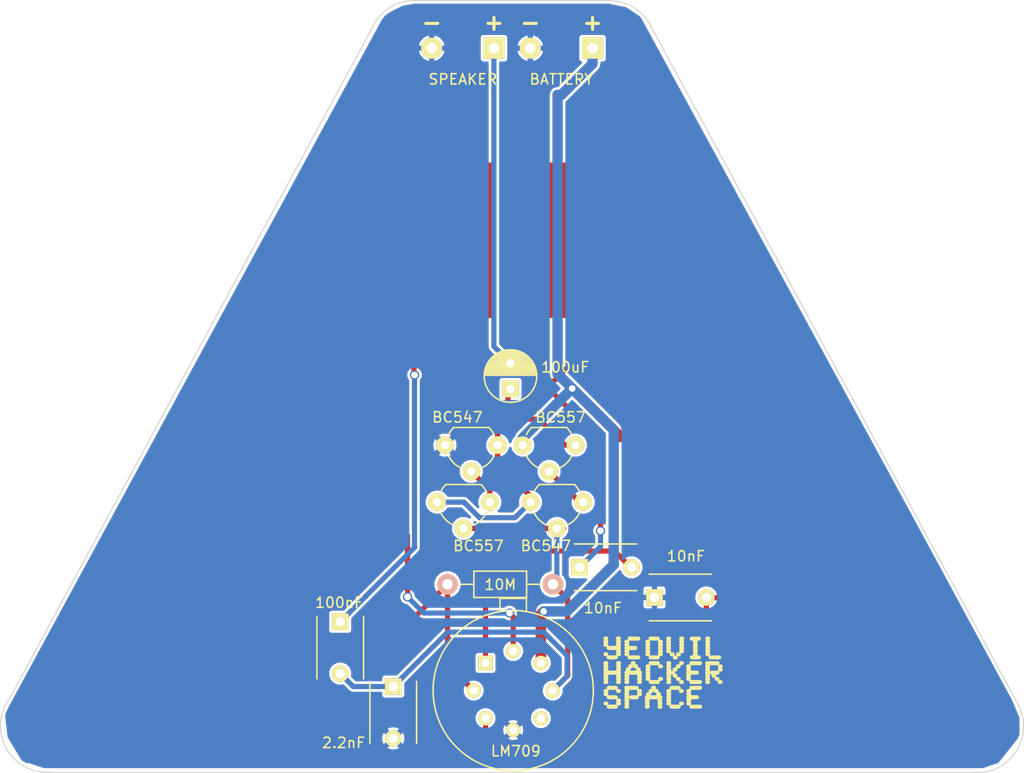
<source format=kicad_pcb>
(kicad_pcb (version 4) (host pcbnew "(2015-11-24 BZR 6329)-product")
  (layers (0 F.Cu signal) (31 B.Cu signal) (34 B.Paste user) (35 F.Paste user) (36 B.SilkS user) (37 F.SilkS user) (38 B.Mask user) (39 F.Mask user) (44 Edge.Cuts user))
  (net 0 "")
  (net 1 GND)
  (net 2 "Net-(C1-Pad2)")
  (net 3 "Net-(C2-Pad1)")
  (net 4 "Net-(C2-Pad2)")
  (net 5 "Net-(C3-Pad1)")
  (net 6 "Net-(C4-Pad1)")
  (net 7 "Net-(C5-Pad1)")
  (net 8 "Net-(C5-Pad2)")
  (net 9 "Net-(R1-Pad2)")
  (net 10 +9V)
  (net 11 "Net-(U5-Pad1)")
  (net 12 "Net-(Q1-Pad1)")
  (net 13 "Net-(Q2-Pad1)")
  (module Socket_Strips:Socket_Strip_Straight_1x02 (layer F.Cu) (at 110.5 48 180)
    (fp_text reference SPEAKER (at 0 -3 180) (layer F.SilkS))
    (fp_text value SPEAKER hide)
    (pad 1 thru_hole rect (at -3 0 180) (size 2.032 2.032) (drill 1.016) (layers *.Cu *.Mask F.SilkS) (net 8 "Net-(C5-Pad2)"))
    (pad 2 thru_hole oval (at 3 0 180) (size 2.032 2.032) (drill 1.016) (layers *.Cu *.Mask F.SilkS) (net 1 GND))
  )
  (module Socket_Strips:Socket_Strip_Straight_1x02 (layer F.Cu) (at 120 48 180)
    (fp_text reference BT1 hide)
    (fp_text value BATTERY (at 0 -3 180) (layer F.SilkS))
    (pad 1 thru_hole rect (at -3 0 180) (size 2.032 2.032) (drill 1.016) (layers *.Cu *.Mask F.SilkS) (net 10 +9V))
    (pad 2 thru_hole oval (at 3 0 180) (size 2.032 2.032) (drill 1.016) (layers *.Cu *.Mask F.SilkS) (net 1 GND))
  )
  (module Capacitors_ThroughHole:C_Disc_D6_P5 (layer F.Cu) (at 128.97 100.98)
    (fp_text reference C1 hide)
    (fp_text value 10nF (at 3.03 -3.98) (layer F.SilkS))
    (pad 1 thru_hole rect (at 0 0) (size 1.6 1.6) (drill 0.9) (layers *.Cu *.Mask F.SilkS) (net 1 GND))
    (pad 2 thru_hole circle (at 5 0) (size 1.6 1.6) (drill 0.9) (layers *.Cu *.Mask F.SilkS) (net 2 "Net-(C1-Pad2)"))
  )
  (module Capacitors_ThroughHole:C_Disc_D6_P5 (layer F.Cu) (at 121.76 98.07)
    (fp_text reference C2 hide)
    (fp_text value 10nF (at 2.24 3.93 180) (layer F.SilkS))
    (pad 1 thru_hole rect (at 0 0) (size 1.6 1.6) (drill 0.9) (layers *.Cu *.Mask F.SilkS) (net 3 "Net-(C2-Pad1)"))
    (pad 2 thru_hole circle (at 5 0) (size 1.6 1.6) (drill 0.9) (layers *.Cu *.Mask F.SilkS) (net 4 "Net-(C2-Pad2)"))
  )
  (module Capacitors_ThroughHole:C_Disc_D6_P5 (layer F.Cu) (at 103.79 109.57 270)
    (fp_text reference C3 hide)
    (fp_text value 2.2nF (at 5.43 4.79 360) (layer F.SilkS))
    (pad 1 thru_hole rect (at 0 0 270) (size 1.6 1.6) (drill 0.9) (layers *.Cu *.Mask F.SilkS) (net 5 "Net-(C3-Pad1)"))
    (pad 2 thru_hole circle (at 5 0 270) (size 1.6 1.6) (drill 0.9) (layers *.Cu *.Mask F.SilkS) (net 1 GND))
  )
  (module Capacitors_ThroughHole:C_Disc_D6_P5 (layer F.Cu) (at 98.68 103.32 270)
    (fp_text reference C4 hide)
    (fp_text value 100nF (at -1.84 0.11 360) (layer F.SilkS))
    (pad 1 thru_hole rect (at 0 0 270) (size 1.6 1.6) (drill 0.9) (layers *.Cu *.Mask F.SilkS) (net 6 "Net-(C4-Pad1)"))
    (pad 2 thru_hole circle (at 5 0 270) (size 1.6 1.6) (drill 0.9) (layers *.Cu *.Mask F.SilkS) (net 5 "Net-(C3-Pad1)"))
  )
  (module Capacitors_ThroughHole:C_Radial_D5_L11_P2.5 (layer F.Cu) (at 115.09 80.87 90)
    (fp_text reference C5 hide)
    (fp_text value 100uF (at 2.1 5.275 180) (layer F.SilkS))
    (pad 1 thru_hole rect (at 0 0 90) (size 1.6 1.6) (drill 0.8) (layers *.Cu *.Mask F.SilkS) (net 7 "Net-(C5-Pad1)"))
    (pad 2 thru_hole circle (at 2.5 0 90) (size 1.7 1.7) (drill 0.8) (layers *.Cu *.Mask F.SilkS) (net 8 "Net-(C5-Pad2)"))
  )
  (module Resistors_ThroughHole:Resistor_Horizontal_RM10mm (layer F.Cu) (at 114.1025 99.7075 180)
    (fp_text reference R1 hide)
    (fp_text value 10M (at -0.0125 -0.0375 180) (layer F.SilkS))
    (pad 1 thru_hole circle (at -5.08 0 180) (size 1.99898 1.99898) (drill 1.00076) (layers *.Cu *.SilkS *.Mask) (net 5 "Net-(C3-Pad1)"))
    (pad 2 thru_hole circle (at 5.08 0 180) (size 1.99898 1.99898) (drill 1.00076) (layers *.Cu *.SilkS *.Mask) (net 9 "Net-(R1-Pad2)"))
  )
  (module Sockets:H08 (layer F.Cu) (at 115.3525 109.9575 180)
    (fp_text reference U6 hide)
    (fp_text value LM709 (at -0.254 -5.842 180) (layer F.SilkS))
    (pad 1 thru_hole rect (at 2.667 2.667 180) (size 1.397 1.397) (drill 0.8128) (layers *.Cu *.Mask F.SilkS) (net 4 "Net-(C2-Pad2)"))
    (pad 2 thru_hole circle (at 3.81 0 180) (size 1.397 1.397) (drill 0.8128) (layers *.Cu *.Mask F.SilkS) (net 9 "Net-(R1-Pad2)"))
    (pad 3 thru_hole circle (at 2.667 -2.667 180) (size 1.397 1.397) (drill 0.8128) (layers *.Cu *.Mask F.SilkS) (net 2 "Net-(C1-Pad2)"))
    (pad 4 thru_hole circle (at 0 -3.81 180) (size 1.397 1.397) (drill 0.8128) (layers *.Cu *.Mask F.SilkS) (net 1 GND))
    (pad 5 thru_hole circle (at -2.667 -2.667 180) (size 1.397 1.397) (drill 0.8128) (layers *.Cu *.Mask F.SilkS))
    (pad 6 thru_hole circle (at -3.81 0 180) (size 1.397 1.397) (drill 0.8128) (layers *.Cu *.Mask F.SilkS) (net 5 "Net-(C3-Pad1)"))
    (pad 7 thru_hole circle (at -2.667 2.667 180) (size 1.397 1.397) (drill 0.8128) (layers *.Cu *.Mask F.SilkS) (net 10 +9V))
    (pad 8 thru_hole circle (at 0 3.81 180) (size 1.397 1.397) (drill 0.8128) (layers *.Cu *.Mask F.SilkS) (net 11 "Net-(U5-Pad1)"))
  )
  (module Housings_TO-92:TO-92_Molded_Wide (layer F.Cu) (at 122.1025 91.7825 180)
    (fp_text reference Q1 hide)
    (fp_text value BC547 (at 3.6025 -4.2175 180) (layer F.SilkS))
    (pad 2 thru_hole circle (at 2.54 -2.54 270) (size 1.7 1.7) (drill 0.8) (layers *.Cu *.Mask F.SilkS) (net 5 "Net-(C3-Pad1)"))
    (pad 3 thru_hole circle (at 5.08 0 270) (size 1.7 1.7) (drill 0.8) (layers *.Cu *.Mask F.SilkS) (net 7 "Net-(C5-Pad1)"))
    (pad 1 thru_hole circle (at 0 0 270) (size 1.7 1.7) (drill 0.8) (layers *.Cu *.Mask F.SilkS) (net 12 "Net-(Q1-Pad1)"))
  )
  (module Housings_TO-92:TO-92_Molded_Wide (layer F.Cu) (at 113.1025 91.7825 180)
    (fp_text reference Q2 hide)
    (fp_text value BC557 (at 1.1025 -4.2175 180) (layer F.SilkS))
    (pad 2 thru_hole circle (at 2.54 -2.54 270) (size 1.7 1.7) (drill 0.8) (layers *.Cu *.Mask F.SilkS) (net 5 "Net-(C3-Pad1)"))
    (pad 3 thru_hole circle (at 5.08 0 270) (size 1.7 1.7) (drill 0.8) (layers *.Cu *.Mask F.SilkS) (net 7 "Net-(C5-Pad1)"))
    (pad 1 thru_hole circle (at 0 0 270) (size 1.7 1.7) (drill 0.8) (layers *.Cu *.Mask F.SilkS) (net 13 "Net-(Q2-Pad1)"))
  )
  (module Housings_TO-92:TO-92_Molded_Wide (layer F.Cu) (at 121.3525 86.2825 180)
    (fp_text reference Q3 hide)
    (fp_text value BC557 (at 1.4325 2.6825 180) (layer F.SilkS))
    (pad 2 thru_hole circle (at 2.54 -2.54 270) (size 1.7 1.7) (drill 0.8) (layers *.Cu *.Mask F.SilkS) (net 12 "Net-(Q1-Pad1)"))
    (pad 3 thru_hole circle (at 5.08 0 270) (size 1.7 1.7) (drill 0.8) (layers *.Cu *.Mask F.SilkS) (net 10 +9V))
    (pad 1 thru_hole circle (at 0 0 270) (size 1.7 1.7) (drill 0.8) (layers *.Cu *.Mask F.SilkS) (net 7 "Net-(C5-Pad1)"))
  )
  (module Housings_TO-92:TO-92_Molded_Wide (layer F.Cu) (at 113.8525 86.2825 180)
    (fp_text reference Q4 hide)
    (fp_text value BC547 (at 3.8825 2.6825 180) (layer F.SilkS))
    (pad 2 thru_hole circle (at 2.54 -2.54 270) (size 1.7 1.7) (drill 0.8) (layers *.Cu *.Mask F.SilkS) (net 13 "Net-(Q2-Pad1)"))
    (pad 3 thru_hole circle (at 5.08 0 270) (size 1.7 1.7) (drill 0.8) (layers *.Cu *.Mask F.SilkS) (net 1 GND))
    (pad 1 thru_hole circle (at 0 0 270) (size 1.7 1.7) (drill 0.8) (layers *.Cu *.Mask F.SilkS) (net 7 "Net-(C5-Pad1)"))
  )
  (module kraakdoos:logo (layer F.Cu) (at 129.7 108.3)
    (fp_text reference G*** hide)
    (fp_text value LOGO hide)
  )
  (module kraakdoos:SENSORPADLEFT (layer F.Cu) (at 109.09 67.13)
    (fp_text reference U7 hide)
    (fp_text value SENORPAD hide)
    (pad 1 smd trapezoid (at -10.8 -0.6) (size 10 15) (rect_delta 0 8) (layers F.Cu F.Paste F.Mask) (net 6 "Net-(C4-Pad1)") (clearance 2))
    (pad 1 smd rect (at -3.3 -0.6) (size 15 15) (layers F.Cu F.Paste F.Mask) (net 6 "Net-(C4-Pad1)") (clearance 2))
  )
  (module kraakdoos:SENSORPAD (layer F.Cu) (at 132.4 66.52)
    (fp_text reference U4 hide)
    (fp_text value SENORPAD hide)
    (pad 1 smd trapezoid (at 0 0) (size 10 15) (rect_delta 0 8) (layers F.Cu F.Paste F.Mask) (net 3 "Net-(C2-Pad1)") (clearance 2))
    (pad 1 smd rect (at -7.6 0) (size 15 15) (layers F.Cu F.Paste F.Mask) (net 3 "Net-(C2-Pad1)") (clearance 2))
  )
  (module kraakdoos:SENSORPAD (layer F.Cu) (at 142.5 85.5)
    (fp_text reference U1 hide)
    (fp_text value SENORPAD hide)
    (pad 1 smd trapezoid (at 0 0) (size 10 15) (rect_delta 0 8) (layers F.Cu F.Paste F.Mask) (net 10 +9V) (clearance 2))
    (pad 1 smd rect (at -7.6 0) (size 15 15) (layers F.Cu F.Paste F.Mask) (net 10 +9V) (clearance 2))
  )
  (module kraakdoos:SENSORPAD (layer F.Cu) (at 152.63 104.47)
    (fp_text reference U3 hide)
    (fp_text value SENORPAD hide)
    (pad 1 smd trapezoid (at 0 0) (size 10 15) (rect_delta 0 8) (layers F.Cu F.Paste F.Mask) (net 2 "Net-(C1-Pad2)") (clearance 0.1))
    (pad 1 smd rect (at -7.6 0) (size 15 15) (layers F.Cu F.Paste F.Mask) (net 2 "Net-(C1-Pad2)") (clearance 2))
  )
  (module kraakdoos:SENSORPADLEFT (layer F.Cu) (at 98.98 86.13)
    (fp_text reference U5 hide)
    (fp_text value SENORPAD hide)
    (pad 1 smd trapezoid (at -10.8 -0.6) (size 10 15) (rect_delta 0 8) (layers F.Cu F.Paste F.Mask) (net 11 "Net-(U5-Pad1)") (clearance 2))
    (pad 1 smd rect (at -3.3 -0.6) (size 15 15) (layers F.Cu F.Paste F.Mask) (net 11 "Net-(U5-Pad1)") (clearance 2))
  )
  (module kraakdoos:SENSORPADLEFT (layer F.Cu) (at 88.87 105.13)
    (fp_text reference U2 hide)
    (fp_text value SENORPAD hide)
    (pad 1 smd trapezoid (at -10.8 -0.6) (size 10 15) (rect_delta 0 8) (layers F.Cu F.Paste F.Mask) (net 9 "Net-(R1-Pad2)") (clearance 0.1))
    (pad 1 smd rect (at -3.3 -0.6) (size 15 15) (layers F.Cu F.Paste F.Mask) (net 9 "Net-(R1-Pad2)") (clearance 2))
  )
  (gr_text + (at 113.5 45.5) (layer F.SilkS) (effects (font (size 1.5 1.5) (thickness 0.3))))
  (gr_text - (at 107.5 45.5) (layer F.SilkS) (effects (font (size 1.5 1.5) (thickness 0.3))))
  (gr_line (start 124.82 43.4) (end 124.82 43.43) (angle 90) (layer Edge.Cuts) (width 0.1))
  (gr_line (start 105.65 43.4) (end 124.82 43.4) (angle 90) (layer Edge.Cuts) (width 0.1))
  (gr_line (start 160.06 117.81) (end 160.06 117.84) (angle 90) (layer Edge.Cuts) (width 0.1))
  (gr_line (start 70.45 117.87) (end 160.06 117.87) (angle 90) (layer Edge.Cuts) (width 0.1))
  (gr_text + (at 123 45.5) (layer F.SilkS) (effects (font (size 1.5 1.5) (thickness 0.3))))
  (gr_text - (at 117 45.5) (layer F.SilkS) (effects (font (size 1.5 1.5) (thickness 0.3))))
  (gr_arc (start 70.4 113.375) (end 66.7 110.875) (angle -130) (layer Edge.Cuts) (width 0.1))
  (gr_line (start 101.725 46.125) (end 101.825 45.925) (angle 90) (layer Edge.Cuts) (width 0.1))
  (gr_line (start 66.675 110.975) (end 101.7 46.15) (angle 90) (layer Edge.Cuts) (width 0.1))
  (gr_line (start 163.905 111.1) (end 128.63 45.9) (angle 90) (layer Edge.Cuts) (width 0.1))
  (gr_arc (start 105.8 47.8) (end 105.8 43.4) (angle -65) (layer Edge.Cuts) (width 0.1))
  (gr_arc (start 124.68 47.825) (end 124.68 43.425) (angle 65) (layer Edge.Cuts) (width 0.1))
  (gr_arc (start 160.08 113.4) (end 163.78 110.9) (angle 130) (layer Edge.Cuts) (width 0.1))
  (segment (start 152.63 104.47) (end 145.03 104.47) (width 0.5) (layer F.Cu) (net 2))
  (segment (start 133.97 100.98) (end 133.97 102.96) (width 0.5) (layer F.Cu) (net 2))
  (segment (start 112.6855 114.7455) (end 112.6855 112.6245) (width 0.5) (layer F.Cu) (net 2))
  (segment (start 113.89 115.95) (end 112.6855 114.7455) (width 0.5) (layer F.Cu) (net 2))
  (segment (start 120.98 115.95) (end 113.89 115.95) (width 0.5) (layer F.Cu) (net 2))
  (segment (start 133.97 102.96) (end 120.98 115.95) (width 0.5) (layer F.Cu) (net 2))
  (segment (start 133.52 101.01) (end 152.88 101.01) (width 0.5) (layer F.Cu) (net 2))
  (segment (start 132.4 66.52) (end 124.8 66.52) (width 0.5) (layer F.Cu) (net 3))
  (segment (start 124.8 66.52) (end 124.8 74.58) (width 0.5) (layer F.Cu) (net 3))
  (segment (start 123.77 96.06) (end 121.76 98.07) (width 0.5) (layer B.Cu) (net 3))
  (segment (start 123.77 94.55) (end 123.77 96.06) (width 0.5) (layer B.Cu) (net 3))
  (via (at 123.77 94.55) (size 0.889) (layers F.Cu B.Cu) (net 3))
  (segment (start 123.77 85.83) (end 123.77 94.55) (width 0.5) (layer F.Cu) (net 3))
  (segment (start 119.08 81.14) (end 123.77 85.83) (width 0.5) (layer F.Cu) (net 3))
  (segment (start 119.08 80.3) (end 119.08 81.14) (width 0.5) (layer F.Cu) (net 3))
  (segment (start 124.8 74.58) (end 119.08 80.3) (width 0.5) (layer F.Cu) (net 3))
  (segment (start 126.76 98.07) (end 126.68 98.07) (width 0.5) (layer F.Cu) (net 4))
  (segment (start 126.68 98.07) (end 125.11 96.5) (width 0.5) (layer F.Cu) (net 4))
  (segment (start 125.11 96.5) (end 115.9 96.5) (width 0.5) (layer F.Cu) (net 4))
  (segment (start 115.9 96.5) (end 112.6855 99.7145) (width 0.5) (layer F.Cu) (net 4))
  (segment (start 112.6855 99.7145) (end 112.6855 107.2905) (width 0.5) (layer F.Cu) (net 4))
  (segment (start 98.68 108.32) (end 99.93 109.57) (width 0.5) (layer B.Cu) (net 5))
  (segment (start 99.93 109.57) (end 103.79 109.57) (width 0.5) (layer B.Cu) (net 5))
  (segment (start 119.1825 99.7075) (end 119.5625 99.3275) (width 0.5) (layer B.Cu) (net 5))
  (segment (start 119.5625 99.3275) (end 119.5625 94.3225) (width 0.5) (layer B.Cu) (net 5))
  (segment (start 103.79 109.57) (end 109.04 104.32) (width 0.5) (layer B.Cu) (net 5))
  (segment (start 120.54 108.58) (end 119.1625 109.9575) (width 0.5) (layer B.Cu) (net 5))
  (segment (start 120.54 106.57) (end 120.54 108.58) (width 0.5) (layer B.Cu) (net 5))
  (segment (start 118.29 104.32) (end 120.54 106.57) (width 0.5) (layer B.Cu) (net 5))
  (segment (start 109.04 104.32) (end 118.29 104.32) (width 0.5) (layer B.Cu) (net 5))
  (segment (start 120.6025 101.1275) (end 120.6025 108.5175) (width 0.5) (layer F.Cu) (net 5))
  (segment (start 120.6025 108.5175) (end 119.1625 109.9575) (width 0.5) (layer F.Cu) (net 5))
  (segment (start 119.1825 99.7075) (end 120.6025 101.1275) (width 0.5) (layer F.Cu) (net 5))
  (segment (start 110.5625 94.3225) (end 110.6025 94.3625) (width 0.5) (layer F.Cu) (net 5))
  (segment (start 119.1625 110.0175) (end 119.1625 109.9575) (width 0.5) (layer F.Cu) (net 5))
  (segment (start 119.5625 94.3225) (end 120.2225 94.3225) (width 0.5) (layer F.Cu) (net 5))
  (segment (start 119.5625 94.3225) (end 110.5625 94.3225) (width 0.5) (layer F.Cu) (net 5))
  (segment (start 105.79 66.53) (end 105.79 79.47) (width 0.5) (layer F.Cu) (net 6))
  (segment (start 105.84 96.16) (end 98.68 103.32) (width 0.5) (layer B.Cu) (net 6))
  (segment (start 105.84 79.52) (end 105.84 96.16) (width 0.5) (layer B.Cu) (net 6))
  (via (at 105.84 79.52) (size 0.889) (layers F.Cu B.Cu) (net 6))
  (segment (start 105.79 79.47) (end 105.84 79.52) (width 0.5) (layer F.Cu) (net 6))
  (segment (start 113.8525 86.2825) (end 113.8525 84.7825) (width 0.5) (layer F.Cu) (net 7))
  (segment (start 114.8525 83.7825) (end 114.8525 81.1075) (width 0.5) (layer F.Cu) (net 7))
  (segment (start 114.8525 81.1075) (end 115.09 80.87) (width 0.5) (layer F.Cu) (net 7))
  (segment (start 108.0225 91.7825) (end 108.0225 91.4525) (width 0.5) (layer F.Cu) (net 7))
  (segment (start 121.3525 86.2825) (end 120.3525 86.2825) (width 0.5) (layer F.Cu) (net 7))
  (segment (start 113.8525 88.0325) (end 113.8525 86.2825) (width 0.5) (layer F.Cu) (net 7))
  (segment (start 117.0225 91.2025) (end 113.8525 88.0325) (width 0.5) (layer F.Cu) (net 7))
  (segment (start 117.0225 91.7825) (end 117.0225 91.2025) (width 0.5) (layer F.Cu) (net 7))
  (segment (start 110.6025 91.7825) (end 112.1025 93.2825) (width 0.5) (layer B.Cu) (net 7))
  (segment (start 112.1025 93.2825) (end 115.5225 93.2825) (width 0.5) (layer B.Cu) (net 7))
  (segment (start 115.5225 93.2825) (end 117.0225 91.7825) (width 0.5) (layer B.Cu) (net 7))
  (segment (start 108.0225 91.7825) (end 110.6025 91.7825) (width 0.5) (layer B.Cu) (net 7))
  (segment (start 113.8525 84.7825) (end 114.8525 83.7825) (width 0.5) (layer F.Cu) (net 7))
  (segment (start 114.8525 83.7825) (end 113.8525 84.7825) (width 0.5) (layer F.Cu) (net 7))
  (segment (start 120.3525 86.2825) (end 117.8525 83.7825) (width 0.5) (layer F.Cu) (net 7))
  (segment (start 117.8525 83.7825) (end 114.8525 83.7825) (width 0.5) (layer F.Cu) (net 7))
  (segment (start 113.49 48.01) (end 113.49 52.5) (width 0.5) (layer B.Cu) (net 8))
  (segment (start 113.49 76.77) (end 113.49 52.5) (width 0.5) (layer B.Cu) (net 8))
  (segment (start 113.49 76.77) (end 115.09 78.37) (width 0.5) (layer B.Cu) (net 8))
  (segment (start 113.49 48.01) (end 113.5 48) (width 0.5) (layer B.Cu) (net 8))
  (segment (start 109.0225 99.7075) (end 102.09 106.64) (width 0.5) (layer F.Cu) (net 9))
  (segment (start 102.09 106.64) (end 76 106.64) (width 0.5) (layer F.Cu) (net 9))
  (segment (start 109.0225 107.4375) (end 111.5425 109.9575) (width 0.5) (layer F.Cu) (net 9))
  (segment (start 109.0225 99.7075) (end 109.0225 107.4375) (width 0.5) (layer F.Cu) (net 9))
  (segment (start 108.3525 99.7075) (end 109.0225 99.7075) (width 0.5) (layer F.Cu) (net 9))
  (segment (start 119.63 52.5) (end 120 52.5) (width 1) (layer B.Cu) (net 10))
  (segment (start 119.63 79.41) (end 119.63 52.5) (width 1) (layer B.Cu) (net 10))
  (segment (start 121.04 80.82) (end 119.63 79.41) (width 1) (layer B.Cu) (net 10))
  (segment (start 123 49.5) (end 123 48) (width 1) (layer B.Cu) (net 10))
  (segment (start 120 52.5) (end 123 49.5) (width 1) (layer B.Cu) (net 10))
  (segment (start 134.9 85.5) (end 142.5 85.5) (width 1) (layer F.Cu) (net 10))
  (segment (start 121.04 80.82) (end 125.72 85.5) (width 1) (layer F.Cu) (net 10))
  (segment (start 125.72 85.5) (end 134.9 85.5) (width 1) (layer F.Cu) (net 10))
  (segment (start 127.79 79.32) (end 127.79 92.445) (width 0.5) (layer F.Cu) (net 10))
  (via (at 121.04 80.82) (size 0.889) (layers F.Cu B.Cu) (net 10))
  (segment (start 125.04 84.82) (end 121.04 80.82) (width 1) (layer B.Cu) (net 10))
  (segment (start 125.04 97.82) (end 125.04 84.82) (width 1) (layer B.Cu) (net 10))
  (segment (start 120.54 102.32) (end 125.04 97.82) (width 1) (layer B.Cu) (net 10))
  (segment (start 118.29 102.32) (end 120.54 102.32) (width 1) (layer B.Cu) (net 10))
  (via (at 118.29 102.32) (size 0.889) (layers F.Cu B.Cu) (net 10))
  (segment (start 118.0195 102.5905) (end 118.29 102.32) (width 1) (layer F.Cu) (net 10))
  (segment (start 118.0195 107.2905) (end 118.0195 102.5905) (width 1) (layer F.Cu) (net 10))
  (segment (start 121.04 80.82) (end 116.2725 85.5875) (width 1) (layer B.Cu) (net 10))
  (segment (start 116.2725 85.5875) (end 116.2725 86.2825) (width 0.5) (layer B.Cu) (net 10))
  (segment (start 95.68 85.53) (end 105.17 95.02) (width 0.5) (layer F.Cu) (net 11))
  (segment (start 115.3525 102.8325) (end 115.3525 106.1475) (width 0.5) (layer F.Cu) (net 11))
  (segment (start 115 102.48) (end 115.3525 102.8325) (width 0.5) (layer F.Cu) (net 11))
  (via (at 115 102.48) (size 0.889) (layers F.Cu B.Cu) (net 11))
  (segment (start 106.73 102.48) (end 115 102.48) (width 0.5) (layer B.Cu) (net 11))
  (segment (start 105.17 100.92) (end 106.73 102.48) (width 0.5) (layer B.Cu) (net 11))
  (via (at 105.17 100.92) (size 0.889) (layers F.Cu B.Cu) (net 11))
  (segment (start 105.17 95.02) (end 105.17 100.92) (width 0.5) (layer F.Cu) (net 11))
  (segment (start 98.98 84.78) (end 99.45 85.25) (width 0.5) (layer F.Cu) (net 11))
  (segment (start 122.1025 91.7825) (end 121.7725 91.7825) (width 0.5) (layer F.Cu) (net 12))
  (segment (start 121.7725 91.7825) (end 118.8125 88.8225) (width 0.5) (layer F.Cu) (net 12))
  (segment (start 113.1025 90.6125) (end 111.3125 88.8225) (width 0.5) (layer F.Cu) (net 13))
  (segment (start 113.1025 91.7825) (end 113.1025 90.6125) (width 0.5) (layer F.Cu) (net 13))
  (zone (net 1) (net_name GND) (layer B.Cu) (connect_pads (clearance 0.254)) (min_thickness 0.254) (fill yes (arc_segments 16) (thermal_gap 0.254) (thermal_bridge_width 0.508))
    (polygon (pts (xy 164.36 112.44) (xy 164.11 114.44) (xy 162.11 116.94) (xy 160.61 117.44) (xy 70.11 117.44) (xy 68.61 116.94) (xy 69.86 117.44) (xy 69.61 117.44) (xy 68.11 116.94) (xy 66.61 114.44) (xy 66.36 112.19) (xy 102.86 44.94) (xy 103.61 44.44) (xy 104.61 43.94) (xy 105.36 43.69) (xy 124.61 43.69) (xy 126.11 43.94) (xy 127.11 44.44) (xy 127.61 44.94)))
  )
)
</source>
